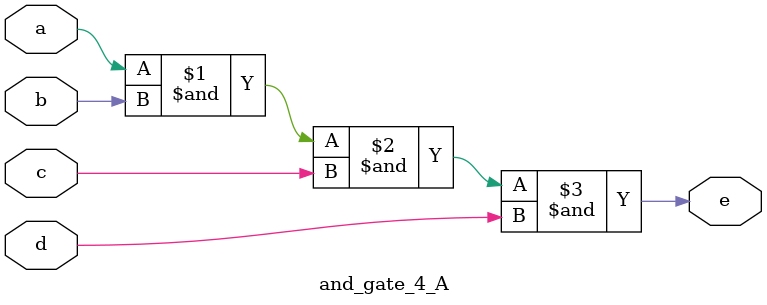
<source format=v>
`timescale 1ns / 1ps

module and_gate_4_A(a, b, c, d, e);
    input a, b, c, d;
    output e;

    assign e = a&b&c&d;
endmodule

</source>
